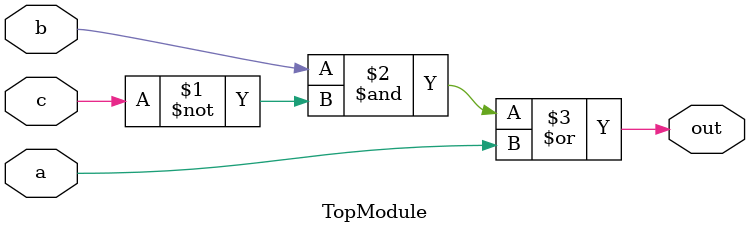
<source format=sv>
module TopModule(
    input  logic a,
    input  logic b,
    input  logic c,
    output logic out
);

    // Combinational logic derived from the Karnaugh map
    assign out = (b & ~c) | a;

endmodule
</source>
